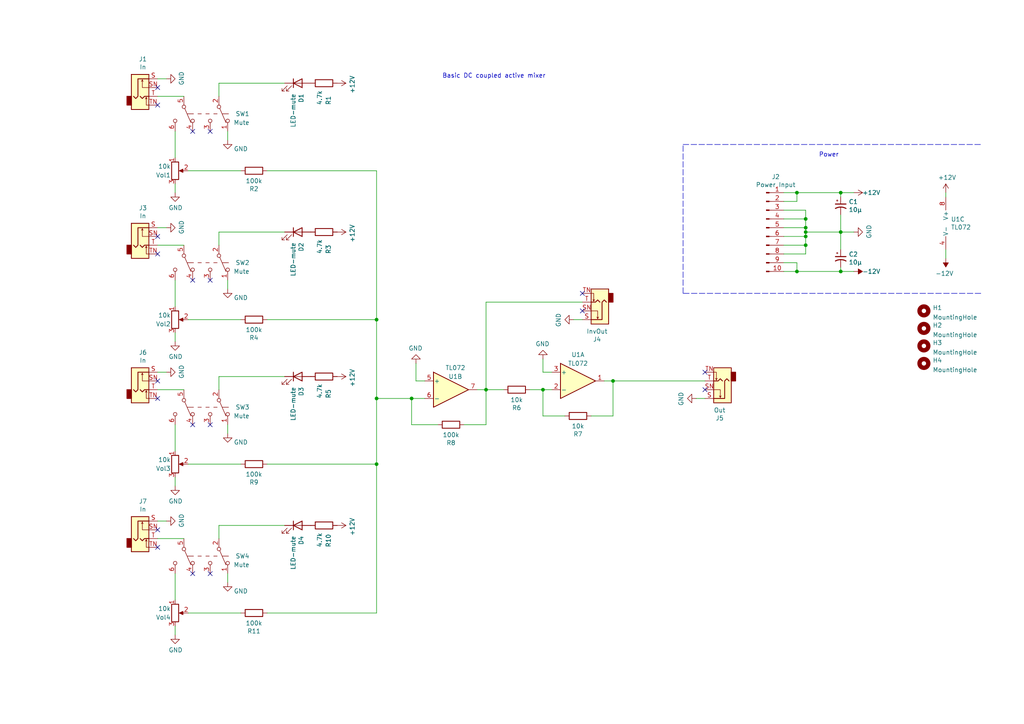
<source format=kicad_sch>
(kicad_sch (version 20211123) (generator eeschema)
  (paper "A4")
  (lib_symbols
    (symbol "Amplifier_Operational:TL072" (pin_names (offset 0.127))
      (property "Reference" "U" (at 0 5.08 0))
      (property "Value" "TL072" (at 0 -5.08 0))
      (symbol "TL072_1_1"
        (polyline (pts (xy -5.08 5.08) (xy 5.08 0) (xy -5.08 -5.08) (xy -5.08 5.08)) (stroke (width 0.254)) (fill (type background)))
        (pin output line (at 7.62 0 180) (length 2.54) (name "~") (number "1"))
        (pin input line (at -7.62 -2.54 0) (length 2.54) (name "-") (number "2"))
        (pin input line (at -7.62 2.54 0) (length 2.54) (name "+") (number "3"))
      )
      (symbol "TL072_2_1"
        (polyline (pts (xy -5.08 5.08) (xy 5.08 0) (xy -5.08 -5.08) (xy -5.08 5.08)) (stroke (width 0.254)) (fill (type background)))
        (pin input line (at -7.62 2.54 0) (length 2.54) (name "+") (number "5"))
        (pin input line (at -7.62 -2.54 0) (length 2.54) (name "-") (number "6"))
        (pin output line (at 7.62 0 180) (length 2.54) (name "~") (number "7"))
      )
      (symbol "TL072_3_1"
        (pin power_in line (at -2.54 -7.62 90) (length 3.81) (name "V-") (number "4"))
        (pin power_in line (at -2.54 7.62 270) (length 3.81) (name "V+") (number "8"))
      )
    )
    (symbol "Connector:AudioJack2_Switch"
      (property "Reference" "J" (at 0 11.43 0))
      (property "Value" "AudioJack2_Switch" (at 0 8.89 0))
      (symbol "AudioJack2_Switch_0_1"
        (rectangle (start -2.54 0) (end -3.81 -2.54) (stroke (width 0.254)) (fill (type outline)))
        (rectangle (start 2.54 6.35) (end -2.54 -3.81) (stroke (width 0.254)) (fill (type background)))
      )
      (symbol "AudioJack2_Switch_1_1"
        (polyline (pts (xy 0.635 4.826) (xy 0.889 4.318)))
        (polyline (pts (xy 1.778 -0.254) (xy 2.032 -0.762)))
        (polyline (pts (xy 0 0) (xy 0.635 -0.635) (xy 1.27 0) (xy 2.54 0)) (stroke (width 0.254)))
        (polyline (pts (xy 2.54 -2.54) (xy 1.778 -2.54) (xy 1.778 -0.254) (xy 1.524 -0.762)))
        (polyline (pts (xy 2.54 2.54) (xy 0.635 2.54) (xy 0.635 4.826) (xy 0.381 4.318)))
        (polyline (pts (xy 2.54 5.08) (xy -0.635 5.08) (xy -0.635 0) (xy -1.27 -0.635) (xy -1.905 0)) (stroke (width 0.254)))
        (pin passive line (at 5.08 5.08 180) (length 2.54) (name "~") (number "S"))
        (pin passive line (at 5.08 2.54 180) (length 2.54) (name "~") (number "SN"))
        (pin passive line (at 5.08 0 180) (length 2.54) (name "~") (number "T"))
        (pin passive line (at 5.08 -2.54 180) (length 2.54) (name "~") (number "TN"))
      )
    )
    (symbol "Connector:Conn_01x10_Male" (pin_names (offset 1.016) hide)
      (property "Reference" "J" (at 0 12.7 0))
      (property "Value" "Conn_01x10_Male" (at 0 -15.24 0))
      (symbol "Conn_01x10_Male_1_1"
        (polyline (pts (xy 1.27 -12.7) (xy 0.8636 -12.7)) (stroke (width 0.1524)))
        (polyline (pts (xy 1.27 -10.16) (xy 0.8636 -10.16)) (stroke (width 0.1524)))
        (polyline (pts (xy 1.27 -7.62) (xy 0.8636 -7.62)) (stroke (width 0.1524)))
        (polyline (pts (xy 1.27 -5.08) (xy 0.8636 -5.08)) (stroke (width 0.1524)))
        (polyline (pts (xy 1.27 -2.54) (xy 0.8636 -2.54)) (stroke (width 0.1524)))
        (polyline (pts (xy 1.27 0) (xy 0.8636 0)) (stroke (width 0.1524)))
        (polyline (pts (xy 1.27 2.54) (xy 0.8636 2.54)) (stroke (width 0.1524)))
        (polyline (pts (xy 1.27 5.08) (xy 0.8636 5.08)) (stroke (width 0.1524)))
        (polyline (pts (xy 1.27 7.62) (xy 0.8636 7.62)) (stroke (width 0.1524)))
        (polyline (pts (xy 1.27 10.16) (xy 0.8636 10.16)) (stroke (width 0.1524)))
        (rectangle (start 0.8636 -12.573) (end 0 -12.827) (stroke (width 0.1524)) (fill (type outline)))
        (rectangle (start 0.8636 -10.033) (end 0 -10.287) (stroke (width 0.1524)) (fill (type outline)))
        (rectangle (start 0.8636 -7.493) (end 0 -7.747) (stroke (width 0.1524)) (fill (type outline)))
        (rectangle (start 0.8636 -4.953) (end 0 -5.207) (stroke (width 0.1524)) (fill (type outline)))
        (rectangle (start 0.8636 -2.413) (end 0 -2.667) (stroke (width 0.1524)) (fill (type outline)))
        (rectangle (start 0.8636 0.127) (end 0 -0.127) (stroke (width 0.1524)) (fill (type outline)))
        (rectangle (start 0.8636 2.667) (end 0 2.413) (stroke (width 0.1524)) (fill (type outline)))
        (rectangle (start 0.8636 5.207) (end 0 4.953) (stroke (width 0.1524)) (fill (type outline)))
        (rectangle (start 0.8636 7.747) (end 0 7.493) (stroke (width 0.1524)) (fill (type outline)))
        (rectangle (start 0.8636 10.287) (end 0 10.033) (stroke (width 0.1524)) (fill (type outline)))
        (pin passive line (at 5.08 10.16 180) (length 3.81) (name "Pin_1") (number "1"))
        (pin passive line (at 5.08 -12.7 180) (length 3.81) (name "Pin_10") (number "10"))
        (pin passive line (at 5.08 7.62 180) (length 3.81) (name "Pin_2") (number "2"))
        (pin passive line (at 5.08 5.08 180) (length 3.81) (name "Pin_3") (number "3"))
        (pin passive line (at 5.08 2.54 180) (length 3.81) (name "Pin_4") (number "4"))
        (pin passive line (at 5.08 0 180) (length 3.81) (name "Pin_5") (number "5"))
        (pin passive line (at 5.08 -2.54 180) (length 3.81) (name "Pin_6") (number "6"))
        (pin passive line (at 5.08 -5.08 180) (length 3.81) (name "Pin_7") (number "7"))
        (pin passive line (at 5.08 -7.62 180) (length 3.81) (name "Pin_8") (number "8"))
        (pin passive line (at 5.08 -10.16 180) (length 3.81) (name "Pin_9") (number "9"))
      )
    )
    (symbol "Device:CP1_Small" (pin_numbers hide) (pin_names (offset 0.254) hide)
      (property "Reference" "C" (at 0.254 1.778 0))
      (property "Value" "Device_CP1_Small" (at 0.254 -2.032 0))
      (symbol "CP1_Small_0_1"
        (polyline (pts (xy -1.524 0.508) (xy 1.524 0.508)) (stroke (width 0.3048)))
        (polyline (pts (xy -1.27 1.524) (xy -0.762 1.524)))
        (polyline (pts (xy -1.016 1.27) (xy -1.016 1.778)))
        (arc (start 1.524 -0.762) (mid 0 -0.3734) (end -1.524 -0.762) (stroke (width 0.3048)))
      )
      (symbol "CP1_Small_1_1"
        (pin passive line (at 0 2.54 270) (length 2.032) (name "~") (number "1"))
        (pin passive line (at 0 -2.54 90) (length 2.032) (name "~") (number "2"))
      )
    )
    (symbol "Device:LED" (pin_numbers hide) (pin_names (offset 1.016) hide)
      (property "Reference" "D" (at 0 2.54 0))
      (property "Value" "LED" (at 0 -2.54 0))
      (symbol "LED_0_1"
        (polyline (pts (xy -1.27 -1.27) (xy -1.27 1.27)) (stroke (width 0.254)))
        (polyline (pts (xy -1.27 0) (xy 1.27 0)))
        (polyline (pts (xy 1.27 -1.27) (xy 1.27 1.27) (xy -1.27 0) (xy 1.27 -1.27)) (stroke (width 0.254)))
        (polyline (pts (xy -3.048 -0.762) (xy -4.572 -2.286) (xy -3.81 -2.286) (xy -4.572 -2.286) (xy -4.572 -1.524)))
        (polyline (pts (xy -1.778 -0.762) (xy -3.302 -2.286) (xy -2.54 -2.286) (xy -3.302 -2.286) (xy -3.302 -1.524)))
      )
      (symbol "LED_1_1"
        (pin passive line (at -3.81 0 0) (length 2.54) (name "K") (number "1"))
        (pin passive line (at 3.81 0 180) (length 2.54) (name "A") (number "2"))
      )
    )
    (symbol "Device:R" (pin_numbers hide) (pin_names (offset 0))
      (property "Reference" "R" (at 2.032 0 90))
      (property "Value" "R" (at 0 0 90))
      (symbol "R_0_1"
        (rectangle (start -1.016 -2.54) (end 1.016 2.54) (stroke (width 0.254)))
      )
      (symbol "R_1_1"
        (pin passive line (at 0 3.81 270) (length 1.27) (name "~") (number "1"))
        (pin passive line (at 0 -3.81 90) (length 1.27) (name "~") (number "2"))
      )
    )
    (symbol "Device:R_POT" (pin_names (offset 1.016) hide)
      (property "Reference" "RV" (at -4.445 0 90))
      (property "Value" "Device_R_POT" (at -2.54 0 90))
      (symbol "R_POT_0_1"
        (polyline (pts (xy 2.54 0) (xy 1.524 0)))
        (polyline (pts (xy 1.143 0) (xy 2.286 0.508) (xy 2.286 -0.508) (xy 1.143 0)) (fill (type outline)))
        (rectangle (start 1.016 2.54) (end -1.016 -2.54) (stroke (width 0.254)))
      )
      (symbol "R_POT_1_1"
        (pin passive line (at 0 3.81 270) (length 1.27) (name "1") (number "1"))
        (pin passive line (at 3.81 0 180) (length 1.27) (name "2") (number "2"))
        (pin passive line (at 0 -3.81 90) (length 1.27) (name "3") (number "3"))
      )
    )
    (symbol "Mechanical:MountingHole" (pin_names (offset 1.016))
      (property "Reference" "H" (at 0 5.08 0))
      (property "Value" "MountingHole" (at 0 3.175 0))
      (symbol "MountingHole_0_1"
        (circle (center 0 0) (radius 1.27) (stroke (width 1.27)))
      )
    )
    (symbol "Switch:SW_Push_DPDT" (pin_names (offset 0) hide)
      (property "Reference" "SW" (at 0 8.89 0))
      (property "Value" "SW_Push_DPDT" (at 0 -10.16 0))
      (symbol "SW_Push_DPDT_0_0"
        (circle (center -2.032 -5.08) (radius 0.508))
        (circle (center -2.032 5.08) (radius 0.508))
        (circle (center 2.032 -7.62) (radius 0.508))
        (circle (center 2.032 2.54) (radius 0.508))
      )
      (symbol "SW_Push_DPDT_0_1"
        (polyline (pts (xy -1.524 -4.826) (xy 2.54 -3.048)))
        (polyline (pts (xy -1.524 5.334) (xy 2.54 7.112)))
        (polyline (pts (xy 0 -2.286) (xy 0 -4.064)))
        (polyline (pts (xy 0 -1.016) (xy 0 0)))
        (polyline (pts (xy 0 1.27) (xy 0 2.286)))
        (polyline (pts (xy 0 3.556) (xy 0 4.572)))
        (polyline (pts (xy 0 7.874) (xy 0 6.096)))
        (circle (center 2.032 -2.54) (radius 0.508))
        (circle (center 2.032 7.62) (radius 0.508))
      )
      (symbol "SW_Push_DPDT_1_1"
        (pin passive line (at 5.08 7.62 180) (length 2.54) (name "A") (number "1"))
        (pin passive line (at -5.08 5.08 0) (length 2.54) (name "B") (number "2"))
        (pin passive line (at 5.08 2.54 180) (length 2.54) (name "C") (number "3"))
        (pin passive line (at 5.08 -2.54 180) (length 2.54) (name "A") (number "4"))
        (pin passive line (at -5.08 -5.08 0) (length 2.54) (name "B") (number "5"))
        (pin passive line (at 5.08 -7.62 180) (length 2.54) (name "C") (number "6"))
      )
    )
    (symbol "power:+12V" (power) (pin_names (offset 0))
      (property "Value" "+12V" (at 0 3.556 0))
      (symbol "+12V_0_1"
        (polyline (pts (xy -0.762 1.27) (xy 0 2.54)))
        (polyline (pts (xy 0 0) (xy 0 2.54)))
        (polyline (pts (xy 0 2.54) (xy 0.762 1.27)))
      )
      (symbol "+12V_1_1"
        (pin power_in line (at 0 0 90) (length 0) hide (name "+12V") (number "1"))
      )
    )
    (symbol "power:-12V" (power) (pin_names (offset 0))
      (property "Value" "-12V" (at 0 3.81 0))
      (symbol "-12V_0_0"
        (pin power_in line (at 0 0 90) (length 0) hide (name "-12V") (number "1"))
      )
      (symbol "-12V_0_1"
        (polyline (pts (xy 0 0) (xy 0 1.27) (xy 0.762 1.27) (xy 0 2.54) (xy -0.762 1.27) (xy 0 1.27)) (fill (type outline)))
      )
    )
    (symbol "power:GND" (power) (pin_names (offset 0))
      (property "Value" "GND" (at 0 -3.81 0))
      (symbol "GND_0_1"
        (polyline (pts (xy 0 0) (xy 0 -1.27) (xy 1.27 -1.27) (xy 0 -2.54) (xy -1.27 -1.27) (xy 0 -1.27)))
      )
      (symbol "GND_1_1"
        (pin power_in line (at 0 0 270) (length 0) hide (name "GND") (number "1"))
      )
    )
  )
  (junction (at 109.22 92.71))
  (junction (at 233.68 68.58))
  (junction (at 177.8 110.49))
  (junction (at 157.48 113.03))
  (junction (at 109.22 134.62))
  (junction (at 243.84 78.74))
  (junction (at 233.68 67.31))
  (junction (at 233.68 71.12))
  (junction (at 140.97 113.03))
  (junction (at 109.22 115.57))
  (junction (at 231.14 55.88))
  (junction (at 233.68 66.04))
  (junction (at 119.38 115.57))
  (junction (at 233.68 63.5))
  (junction (at 243.84 67.31))
  (junction (at 243.84 55.88))
  (junction (at 231.14 78.74))
  (no_connect (at 45.72 110.49))
  (no_connect (at 204.47 113.03))
  (no_connect (at 60.96 123.19))
  (no_connect (at 45.72 73.66))
  (no_connect (at 55.88 123.19))
  (no_connect (at 55.88 81.28))
  (no_connect (at 45.72 158.75))
  (no_connect (at 45.72 115.57))
  (no_connect (at 55.88 166.37))
  (no_connect (at 45.72 30.48))
  (no_connect (at 204.47 107.95))
  (no_connect (at 45.72 25.4))
  (no_connect (at 45.72 68.58))
  (no_connect (at 168.91 85.09))
  (no_connect (at 60.96 81.28))
  (no_connect (at 60.96 166.37))
  (no_connect (at 168.91 90.17))
  (no_connect (at 45.72 153.67))
  (no_connect (at 60.96 38.1))
  (no_connect (at 55.88 38.1))
  (wire (pts (xy 171.45 120.65) (xy 177.8 120.65)))
  (wire (pts (xy 204.47 115.57) (xy 201.93 115.57)))
  (wire (pts (xy 140.97 113.03) (xy 140.97 123.19)))
  (wire (pts (xy 233.68 71.12) (xy 233.68 68.58)))
  (wire (pts (xy 160.02 107.95) (xy 157.48 107.95)))
  (wire (pts (xy 119.38 115.57) (xy 123.19 115.57)))
  (wire (pts (xy 109.22 49.53) (xy 109.22 92.71)))
  (wire (pts (xy 243.84 77.47) (xy 243.84 78.74)))
  (wire (pts (xy 63.5 24.13) (xy 82.55 24.13)))
  (wire (pts (xy 50.8 99.06) (xy 50.8 96.52)))
  (wire (pts (xy 50.8 166.37) (xy 50.8 173.99)))
  (wire (pts (xy 45.72 71.12) (xy 53.34 71.12)))
  (wire (pts (xy 243.84 78.74) (xy 247.65 78.74)))
  (wire (pts (xy 54.61 177.8) (xy 69.85 177.8)))
  (wire (pts (xy 227.33 60.96) (xy 233.68 60.96)))
  (wire (pts (xy 243.84 62.23) (xy 243.84 67.31)))
  (wire (pts (xy 227.33 58.42) (xy 231.14 58.42)))
  (wire (pts (xy 233.68 67.31) (xy 243.84 67.31)))
  (wire (pts (xy 157.48 107.95) (xy 157.48 104.14)))
  (wire (pts (xy 227.33 76.2) (xy 231.14 76.2)))
  (wire (pts (xy 157.48 113.03) (xy 157.48 120.65)))
  (wire (pts (xy 177.8 110.49) (xy 175.26 110.49)))
  (wire (pts (xy 233.68 60.96) (xy 233.68 63.5)))
  (wire (pts (xy 140.97 123.19) (xy 134.62 123.19)))
  (wire (pts (xy 227.33 63.5) (xy 233.68 63.5)))
  (wire (pts (xy 157.48 113.03) (xy 160.02 113.03)))
  (wire (pts (xy 50.8 140.97) (xy 50.8 138.43)))
  (wire (pts (xy 109.22 115.57) (xy 119.38 115.57)))
  (wire (pts (xy 233.68 68.58) (xy 233.68 67.31)))
  (wire (pts (xy 140.97 87.63) (xy 168.91 87.63)))
  (polyline (pts (xy 198.12 85.09) (xy 198.12 41.91)))
  (wire (pts (xy 274.32 72.39) (xy 274.32 74.93)))
  (wire (pts (xy 66.04 38.1) (xy 66.04 40.64)))
  (wire (pts (xy 243.84 55.88) (xy 247.65 55.88)))
  (wire (pts (xy 140.97 113.03) (xy 146.05 113.03)))
  (wire (pts (xy 177.8 110.49) (xy 204.47 110.49)))
  (wire (pts (xy 66.04 81.28) (xy 66.04 83.82)))
  (wire (pts (xy 168.91 92.71) (xy 166.37 92.71)))
  (wire (pts (xy 45.72 27.94) (xy 53.34 27.94)))
  (wire (pts (xy 227.33 78.74) (xy 231.14 78.74)))
  (wire (pts (xy 54.61 49.53) (xy 69.85 49.53)))
  (wire (pts (xy 120.65 105.41) (xy 120.65 110.49)))
  (wire (pts (xy 243.84 57.15) (xy 243.84 55.88)))
  (wire (pts (xy 233.68 67.31) (xy 233.68 66.04)))
  (wire (pts (xy 109.22 134.62) (xy 109.22 177.8)))
  (wire (pts (xy 66.04 166.37) (xy 66.04 168.91)))
  (wire (pts (xy 138.43 113.03) (xy 140.97 113.03)))
  (wire (pts (xy 63.5 109.22) (xy 63.5 113.03)))
  (wire (pts (xy 153.67 113.03) (xy 157.48 113.03)))
  (wire (pts (xy 63.5 152.4) (xy 82.55 152.4)))
  (wire (pts (xy 233.68 73.66) (xy 233.68 71.12)))
  (wire (pts (xy 243.84 67.31) (xy 247.65 67.31)))
  (polyline (pts (xy 198.12 41.91) (xy 284.48 41.91)))
  (wire (pts (xy 140.97 87.63) (xy 140.97 113.03)))
  (wire (pts (xy 157.48 120.65) (xy 163.83 120.65)))
  (wire (pts (xy 274.32 55.88) (xy 274.32 57.15)))
  (wire (pts (xy 127 123.19) (xy 119.38 123.19)))
  (wire (pts (xy 50.8 123.19) (xy 50.8 130.81)))
  (wire (pts (xy 109.22 115.57) (xy 109.22 134.62)))
  (wire (pts (xy 177.8 120.65) (xy 177.8 110.49)))
  (wire (pts (xy 45.72 151.13) (xy 48.26 151.13)))
  (wire (pts (xy 45.72 156.21) (xy 53.34 156.21)))
  (wire (pts (xy 54.61 92.71) (xy 69.85 92.71)))
  (wire (pts (xy 50.8 38.1) (xy 50.8 45.72)))
  (wire (pts (xy 119.38 123.19) (xy 119.38 115.57)))
  (wire (pts (xy 66.04 123.19) (xy 66.04 125.73)))
  (wire (pts (xy 243.84 67.31) (xy 243.84 72.39)))
  (wire (pts (xy 123.19 110.49) (xy 120.65 110.49)))
  (wire (pts (xy 63.5 109.22) (xy 82.55 109.22)))
  (wire (pts (xy 233.68 63.5) (xy 233.68 66.04)))
  (wire (pts (xy 45.72 107.95) (xy 48.26 107.95)))
  (wire (pts (xy 77.47 134.62) (xy 109.22 134.62)))
  (wire (pts (xy 231.14 76.2) (xy 231.14 78.74)))
  (wire (pts (xy 231.14 58.42) (xy 231.14 55.88)))
  (wire (pts (xy 63.5 67.31) (xy 82.55 67.31)))
  (wire (pts (xy 50.8 184.15) (xy 50.8 181.61)))
  (wire (pts (xy 227.33 73.66) (xy 233.68 73.66)))
  (polyline (pts (xy 284.48 85.09) (xy 198.12 85.09)))
  (wire (pts (xy 227.33 71.12) (xy 233.68 71.12)))
  (wire (pts (xy 109.22 92.71) (xy 109.22 115.57)))
  (wire (pts (xy 227.33 55.88) (xy 231.14 55.88)))
  (wire (pts (xy 233.68 66.04) (xy 227.33 66.04)))
  (wire (pts (xy 231.14 55.88) (xy 243.84 55.88)))
  (wire (pts (xy 45.72 113.03) (xy 53.34 113.03)))
  (wire (pts (xy 227.33 68.58) (xy 233.68 68.58)))
  (wire (pts (xy 54.61 134.62) (xy 69.85 134.62)))
  (wire (pts (xy 77.47 92.71) (xy 109.22 92.71)))
  (wire (pts (xy 45.72 22.86) (xy 48.26 22.86)))
  (wire (pts (xy 63.5 67.31) (xy 63.5 71.12)))
  (wire (pts (xy 45.72 66.04) (xy 48.26 66.04)))
  (wire (pts (xy 50.8 55.88) (xy 50.8 53.34)))
  (wire (pts (xy 63.5 152.4) (xy 63.5 156.21)))
  (wire (pts (xy 77.47 49.53) (xy 109.22 49.53)))
  (wire (pts (xy 50.8 81.28) (xy 50.8 88.9)))
  (wire (pts (xy 109.22 177.8) (xy 77.47 177.8)))
  (wire (pts (xy 231.14 78.74) (xy 243.84 78.74)))
  (wire (pts (xy 63.5 24.13) (xy 63.5 27.94)))
  (text "Power" (at 237.49 45.72 0) (effects (font (size 1.27 1.27)) (justify left bottom)))
  (text "Basic DC coupled active mixer" (at 128.27 22.86 0) (effects (font (size 1.27 1.27)) (justify left bottom)))
  (symbol (lib_id "Amplifier_Operational:TL072") (at 167.64 110.49 0) (unit 1)
    (property "Reference" "U1" (at 167.64 102.87 0))
    (property "Value" "TL072" (at 167.64 105.41 0))
    (property "Footprint" "Package_DIP:DIP-8_W7.62mm_Socket" (effects hide))
    (property "Datasheet" "http://www.ti.com/lit/ds/symlink/tl071.pdf" (effects hide))
  )
  (symbol (lib_id "Amplifier_Operational:TL072") (at 130.81 113.03 0) (unit 2)
    (property "Reference" "U1" (at 132.08 109.22 0))
    (property "Value" "TL072" (at 132.08 106.68 0))
    (property "Footprint" "Package_DIP:DIP-8_W7.62mm_Socket" (effects hide))
    (property "Datasheet" "http://www.ti.com/lit/ds/symlink/tl071.pdf" (effects hide))
  )
  (symbol (lib_id "power:+12V") (at 247.65 55.88 270) (unit 1)
    (property "Reference" "#PWR05" (effects hide))
    (property "Value" "+12V" (at 252.73 55.88 90))
  )
  (symbol (lib_id "power:-12V") (at 247.65 78.74 270) (unit 1)
    (property "Reference" "#PWR011" (effects hide))
    (property "Value" "-12V" (at 252.73 78.74 90))
  )
  (symbol (lib_id "Connector:Conn_01x10_Male") (at 222.25 66.04 0) (unit 1)
    (property "Reference" "J2" (at 224.9932 51.2826 0))
    (property "Value" "Power Input" (at 224.9932 53.594 0))
    (property "Footprint" "Connector_PinHeader_2.54mm:PinHeader_2x05_P2.54mm_Vertical" (effects hide))
  )
  (symbol (lib_id "Device:CP1_Small") (at 243.84 59.69 0) (unit 1)
    (property "Reference" "C1" (at 246.1514 58.5216 0) (effects (justify left)))
    (property "Value" "10µ" (at 246.1514 60.833 0) (effects (justify left)))
    (property "Footprint" "Capacitor_THT:CP_Radial_D5.0mm_P2.00mm" (effects hide))
  )
  (symbol (lib_id "Device:CP1_Small") (at 243.84 74.93 0) (unit 1)
    (property "Reference" "C2" (at 246.1514 73.7616 0) (effects (justify left)))
    (property "Value" "10µ" (at 246.1514 76.073 0) (effects (justify left)))
    (property "Footprint" "Capacitor_THT:CP_Radial_D5.0mm_P2.00mm" (effects hide))
  )
  (symbol (lib_id "power:GND") (at 247.65 67.31 90) (unit 1)
    (property "Reference" "#PWR09" (effects hide))
    (property "Value" "GND" (at 252.0442 67.183 0))
  )
  (symbol (lib_id "Connector:AudioJack2_Switch") (at 40.64 27.94 0) (unit 1)
    (property "Reference" "J1" (at 41.4528 17.145 0))
    (property "Value" "In" (at 41.4528 19.4564 0))
    (property "Footprint" "Synth:Thonkiconn" (effects hide))
  )
  (symbol (lib_id "power:GND") (at 48.26 22.86 90) (unit 1)
    (property "Reference" "#PWR01" (effects hide))
    (property "Value" "GND" (at 52.6542 22.733 0))
  )
  (symbol (lib_id "power:-12V") (at 274.32 74.93 180) (unit 1)
    (property "Reference" "#PWR010" (effects hide))
    (property "Value" "-12V" (at 273.939 79.3242 0))
  )
  (symbol (lib_id "power:+12V") (at 274.32 55.88 0) (unit 1)
    (property "Reference" "#PWR06" (effects hide))
    (property "Value" "+12V" (at 274.701 51.4858 0))
  )
  (symbol (lib_id "Amplifier_Operational:TL072") (at 276.86 64.77 0) (unit 3)
    (property "Reference" "U1" (at 275.7932 63.6016 0) (effects (justify left)))
    (property "Value" "TL072" (at 275.7932 65.913 0) (effects (justify left)))
    (property "Footprint" "Package_DIP:DIP-8_W7.62mm_Socket" (effects hide))
    (property "Datasheet" "http://www.ti.com/lit/ds/symlink/tl071.pdf" (effects hide))
  )
  (symbol (lib_id "Mechanical:MountingHole") (at 267.97 100.33 0) (unit 1)
    (property "Reference" "H3" (at 270.51 99.4215 0) (effects (justify left)))
    (property "Value" "MountingHole" (at 270.51 102.1966 0) (effects (justify left)))
    (property "Footprint" "Synth:Doepfer Mounting hole" (effects hide))
  )
  (symbol (lib_id "Device:R_POT") (at 50.8 134.62 0) (unit 1)
    (property "Reference" "Vol3" (at 49.53 135.89 0) (effects (justify right)))
    (property "Value" "10k" (at 49.53 133.35 0) (effects (justify right)))
    (property "Footprint" "Synth:Pot-bourns-alpha" (effects hide))
  )
  (symbol (lib_id "Mechanical:MountingHole") (at 267.97 105.41 0) (unit 1)
    (property "Reference" "H4" (at 270.51 104.5015 0) (effects (justify left)))
    (property "Value" "MountingHole" (at 270.51 107.2766 0) (effects (justify left)))
    (property "Footprint" "Synth:Doepfer Mounting hole" (effects hide))
  )
  (symbol (lib_id "Device:R_POT") (at 50.8 177.8 0) (unit 1)
    (property "Reference" "Vol4" (at 49.53 179.07 0) (effects (justify right)))
    (property "Value" "10k" (at 49.53 176.53 0) (effects (justify right)))
    (property "Footprint" "Synth:Pot-bourns-alpha" (effects hide))
  )
  (symbol (lib_id "Connector:AudioJack2_Switch") (at 40.64 113.03 0) (unit 1)
    (property "Reference" "J6" (at 41.4528 102.235 0))
    (property "Value" "In" (at 41.4528 104.5464 0))
    (property "Footprint" "Synth:Thonkiconn" (effects hide))
  )
  (symbol (lib_id "power:GND") (at 120.65 105.41 180) (unit 1)
    (property "Reference" "#PWR016" (effects hide))
    (property "Value" "GND" (at 120.523 101.0158 0))
  )
  (symbol (lib_id "Switch:SW_Push_DPDT") (at 58.42 76.2 270) (unit 1)
    (property "Reference" "SW2" (at 72.39 76.2 90) (effects (justify right)))
    (property "Value" "Mute" (at 72.39 78.74 90) (effects (justify right)))
    (property "Footprint" "Synth:SW_DPDT_Toggle" (effects hide))
  )
  (symbol (lib_id "Device:R") (at 93.98 24.13 270) (unit 1)
    (property "Reference" "R1" (at 95.25 30.48 0) (effects (justify right)))
    (property "Value" "4.7k" (at 92.71 30.48 0) (effects (justify right)))
    (property "Footprint" "Resistor_THT:R_Axial_DIN0207_L6.3mm_D2.5mm_P10.16mm_Horizontal" (effects hide))
  )
  (symbol (lib_id "Device:LED") (at 86.36 67.31 0) (unit 1)
    (property "Reference" "D2" (at 87.3506 70.3072 90) (effects (justify right)))
    (property "Value" "LED-mute" (at 85.0392 70.3072 90) (effects (justify right)))
    (property "Footprint" "LED_THT:LED_D4.0mm" (effects hide))
  )
  (symbol (lib_id "Device:LED") (at 86.36 152.4 0) (unit 1)
    (property "Reference" "D4" (at 87.3506 155.3972 90) (effects (justify right)))
    (property "Value" "LED-mute" (at 85.0392 155.3972 90) (effects (justify right)))
    (property "Footprint" "LED_THT:LED_D4.0mm" (effects hide))
  )
  (symbol (lib_id "Connector:AudioJack2_Switch") (at 209.55 110.49 180) (unit 1)
    (property "Reference" "J5" (at 208.7372 121.285 0))
    (property "Value" "Out" (at 208.7372 118.9736 0))
    (property "Footprint" "Synth:Thonkiconn" (effects hide))
  )
  (symbol (lib_id "power:GND") (at 66.04 125.73 0) (unit 1)
    (property "Reference" "#PWR020" (effects hide))
    (property "Value" "GND" (at 69.85 128.27 0))
  )
  (symbol (lib_id "power:GND") (at 48.26 151.13 90) (unit 1)
    (property "Reference" "#PWR022" (effects hide))
    (property "Value" "GND" (at 52.6542 151.003 0))
  )
  (symbol (lib_id "Device:R") (at 93.98 109.22 270) (unit 1)
    (property "Reference" "R5" (at 95.25 115.57 0) (effects (justify right)))
    (property "Value" "4.7k" (at 92.71 115.57 0) (effects (justify right)))
    (property "Footprint" "Resistor_THT:R_Axial_DIN0207_L6.3mm_D2.5mm_P10.16mm_Horizontal" (effects hide))
  )
  (symbol (lib_id "power:+12V") (at 97.79 24.13 270) (unit 1)
    (property "Reference" "#PWR02" (effects hide))
    (property "Value" "+12V" (at 102.1842 24.511 0))
  )
  (symbol (lib_id "Device:R") (at 93.98 152.4 270) (unit 1)
    (property "Reference" "R10" (at 95.25 158.75 0) (effects (justify right)))
    (property "Value" "4.7k" (at 92.71 158.75 0) (effects (justify right)))
    (property "Footprint" "Resistor_THT:R_Axial_DIN0207_L6.3mm_D2.5mm_P10.16mm_Horizontal" (effects hide))
  )
  (symbol (lib_id "power:GND") (at 201.93 115.57 270) (unit 1)
    (property "Reference" "#PWR019" (effects hide))
    (property "Value" "GND" (at 197.5358 115.697 0))
  )
  (symbol (lib_id "Device:R") (at 73.66 177.8 270) (unit 1)
    (property "Reference" "R11" (at 73.66 183.0578 90))
    (property "Value" "100k" (at 73.66 180.7464 90))
    (property "Footprint" "Resistor_THT:R_Axial_DIN0207_L6.3mm_D2.5mm_P10.16mm_Horizontal" (effects hide))
  )
  (symbol (lib_id "Device:LED") (at 86.36 24.13 0) (unit 1)
    (property "Reference" "D1" (at 87.3506 27.1272 90) (effects (justify right)))
    (property "Value" "LED-mute" (at 85.0392 27.1272 90) (effects (justify right)))
    (property "Footprint" "LED_THT:LED_D4.0mm" (effects hide))
  )
  (symbol (lib_id "power:GND") (at 50.8 55.88 0) (unit 1)
    (property "Reference" "#PWR04" (effects hide))
    (property "Value" "GND" (at 50.927 60.2742 0))
  )
  (symbol (lib_id "Device:R") (at 93.98 67.31 270) (unit 1)
    (property "Reference" "R3" (at 95.25 73.66 0) (effects (justify right)))
    (property "Value" "4.7k" (at 92.71 73.66 0) (effects (justify right)))
    (property "Footprint" "Resistor_THT:R_Axial_DIN0207_L6.3mm_D2.5mm_P10.16mm_Horizontal" (effects hide))
  )
  (symbol (lib_id "Device:R_POT") (at 50.8 49.53 0) (unit 1)
    (property "Reference" "Vol1" (at 49.53 50.8 0) (effects (justify right)))
    (property "Value" "10k" (at 49.53 48.26 0) (effects (justify right)))
    (property "Footprint" "Synth:Pot-bourns-alpha" (effects hide))
  )
  (symbol (lib_id "Mechanical:MountingHole") (at 267.97 95.25 0) (unit 1)
    (property "Reference" "H2" (at 270.51 94.3415 0) (effects (justify left)))
    (property "Value" "MountingHole" (at 270.51 97.1166 0) (effects (justify left)))
    (property "Footprint" "Synth:Doepfer Mounting hole" (effects hide))
  )
  (symbol (lib_id "power:GND") (at 66.04 40.64 0) (unit 1)
    (property "Reference" "#PWR03" (effects hide))
    (property "Value" "GND" (at 69.85 43.18 0))
  )
  (symbol (lib_id "power:+12V") (at 97.79 152.4 270) (unit 1)
    (property "Reference" "#PWR023" (effects hide))
    (property "Value" "+12V" (at 102.1842 152.781 0))
  )
  (symbol (lib_id "Switch:SW_Push_DPDT") (at 58.42 33.02 270) (unit 1)
    (property "Reference" "SW1" (at 72.39 33.02 90) (effects (justify right)))
    (property "Value" "Mute" (at 72.39 35.56 90) (effects (justify right)))
    (property "Footprint" "Synth:SW_DPDT_Toggle" (effects hide))
  )
  (symbol (lib_id "power:GND") (at 166.37 92.71 270) (unit 1)
    (property "Reference" "#PWR013" (effects hide))
    (property "Value" "GND" (at 161.9758 92.837 0))
  )
  (symbol (lib_id "Connector:AudioJack2_Switch") (at 40.64 156.21 0) (unit 1)
    (property "Reference" "J7" (at 41.4528 145.415 0))
    (property "Value" "In" (at 41.4528 147.7264 0))
    (property "Footprint" "Synth:Thonkiconn" (effects hide))
  )
  (symbol (lib_id "power:GND") (at 50.8 184.15 0) (unit 1)
    (property "Reference" "#PWR025" (effects hide))
    (property "Value" "GND" (at 50.927 188.5442 0))
  )
  (symbol (lib_id "Device:R") (at 73.66 134.62 270) (unit 1)
    (property "Reference" "R9" (at 73.66 139.8778 90))
    (property "Value" "100k" (at 73.66 137.5664 90))
    (property "Footprint" "Resistor_THT:R_Axial_DIN0207_L6.3mm_D2.5mm_P10.16mm_Horizontal" (effects hide))
  )
  (symbol (lib_id "Switch:SW_Push_DPDT") (at 58.42 118.11 270) (unit 1)
    (property "Reference" "SW3" (at 72.39 118.11 90) (effects (justify right)))
    (property "Value" "Mute" (at 72.39 120.65 90) (effects (justify right)))
    (property "Footprint" "Synth:SW_DPDT_Toggle" (effects hide))
  )
  (symbol (lib_id "Mechanical:MountingHole") (at 267.97 90.17 0) (unit 1)
    (property "Reference" "H1" (at 270.51 89.2615 0) (effects (justify left)))
    (property "Value" "MountingHole" (at 270.51 92.0366 0) (effects (justify left)))
    (property "Footprint" "Synth:Doepfer Mounting hole" (effects hide))
  )
  (symbol (lib_id "power:+12V") (at 97.79 109.22 270) (unit 1)
    (property "Reference" "#PWR018" (effects hide))
    (property "Value" "+12V" (at 102.1842 109.601 0))
  )
  (symbol (lib_id "power:+12V") (at 97.79 67.31 270) (unit 1)
    (property "Reference" "#PWR08" (effects hide))
    (property "Value" "+12V" (at 102.1842 67.691 0))
  )
  (symbol (lib_id "power:GND") (at 50.8 99.06 0) (unit 1)
    (property "Reference" "#PWR014" (effects hide))
    (property "Value" "GND" (at 50.927 103.4542 0))
  )
  (symbol (lib_id "Device:R") (at 73.66 49.53 270) (unit 1)
    (property "Reference" "R2" (at 73.66 54.7878 90))
    (property "Value" "100k" (at 73.66 52.4764 90))
    (property "Footprint" "Resistor_THT:R_Axial_DIN0207_L6.3mm_D2.5mm_P10.16mm_Horizontal" (effects hide))
  )
  (symbol (lib_id "Device:R_POT") (at 50.8 92.71 0) (unit 1)
    (property "Reference" "Vol2" (at 49.53 93.98 0) (effects (justify right)))
    (property "Value" "10k" (at 49.53 91.44 0) (effects (justify right)))
    (property "Footprint" "Synth:Pot-bourns-alpha" (effects hide))
  )
  (symbol (lib_id "power:GND") (at 66.04 83.82 0) (unit 1)
    (property "Reference" "#PWR012" (effects hide))
    (property "Value" "GND" (at 69.85 86.36 0))
  )
  (symbol (lib_id "Switch:SW_Push_DPDT") (at 58.42 161.29 270) (unit 1)
    (property "Reference" "SW4" (at 72.39 161.29 90) (effects (justify right)))
    (property "Value" "Mute" (at 72.39 163.83 90) (effects (justify right)))
    (property "Footprint" "Synth:SW_DPDT_Toggle" (effects hide))
  )
  (symbol (lib_id "Device:LED") (at 86.36 109.22 0) (unit 1)
    (property "Reference" "D3" (at 87.3506 112.2172 90) (effects (justify right)))
    (property "Value" "LED-mute" (at 85.0392 112.2172 90) (effects (justify right)))
    (property "Footprint" "LED_THT:LED_D4.0mm" (effects hide))
  )
  (symbol (lib_id "power:GND") (at 157.48 104.14 180) (unit 1)
    (property "Reference" "#PWR015" (effects hide))
    (property "Value" "GND" (at 157.353 99.7458 0))
  )
  (symbol (lib_id "power:GND") (at 48.26 107.95 90) (unit 1)
    (property "Reference" "#PWR017" (effects hide))
    (property "Value" "GND" (at 52.6542 107.823 0))
  )
  (symbol (lib_id "Device:R") (at 73.66 92.71 270) (unit 1)
    (property "Reference" "R4" (at 73.66 97.9678 90))
    (property "Value" "100k" (at 73.66 95.6564 90))
    (property "Footprint" "Resistor_THT:R_Axial_DIN0207_L6.3mm_D2.5mm_P10.16mm_Horizontal" (effects hide))
  )
  (symbol (lib_id "power:GND") (at 50.8 140.97 0) (unit 1)
    (property "Reference" "#PWR021" (effects hide))
    (property "Value" "GND" (at 50.927 145.3642 0))
  )
  (symbol (lib_id "Connector:AudioJack2_Switch") (at 173.99 87.63 180) (unit 1)
    (property "Reference" "J4" (at 173.1772 98.425 0))
    (property "Value" "InvOut" (at 173.1772 96.1136 0))
    (property "Footprint" "Synth:Thonkiconn" (effects hide))
  )
  (symbol (lib_id "Connector:AudioJack2_Switch") (at 40.64 71.12 0) (unit 1)
    (property "Reference" "J3" (at 41.4528 60.325 0))
    (property "Value" "In" (at 41.4528 62.6364 0))
    (property "Footprint" "Synth:Thonkiconn" (effects hide))
  )
  (symbol (lib_id "Device:R") (at 130.81 123.19 270) (unit 1)
    (property "Reference" "R8" (at 130.81 128.4478 90))
    (property "Value" "100k" (at 130.81 126.1364 90))
    (property "Footprint" "Resistor_THT:R_Axial_DIN0207_L6.3mm_D2.5mm_P10.16mm_Horizontal" (effects hide))
  )
  (symbol (lib_id "Device:R") (at 149.86 113.03 270) (unit 1)
    (property "Reference" "R6" (at 149.86 118.2878 90))
    (property "Value" "10k" (at 149.86 115.9764 90))
    (property "Footprint" "Resistor_THT:R_Axial_DIN0207_L6.3mm_D2.5mm_P10.16mm_Horizontal" (effects hide))
  )
  (symbol (lib_id "power:GND") (at 48.26 66.04 90) (unit 1)
    (property "Reference" "#PWR07" (effects hide))
    (property "Value" "GND" (at 52.6542 65.913 0))
  )
  (symbol (lib_id "Device:R") (at 167.64 120.65 270) (unit 1)
    (property "Reference" "R7" (at 167.64 125.9078 90))
    (property "Value" "10k" (at 167.64 123.5964 90))
    (property "Footprint" "Resistor_THT:R_Axial_DIN0207_L6.3mm_D2.5mm_P10.16mm_Horizontal" (effects hide))
  )
  (symbol (lib_id "power:GND") (at 66.04 168.91 0) (unit 1)
    (property "Reference" "#PWR024" (effects hide))
    (property "Value" "GND" (at 69.85 171.45 0))
  )
)
</source>
